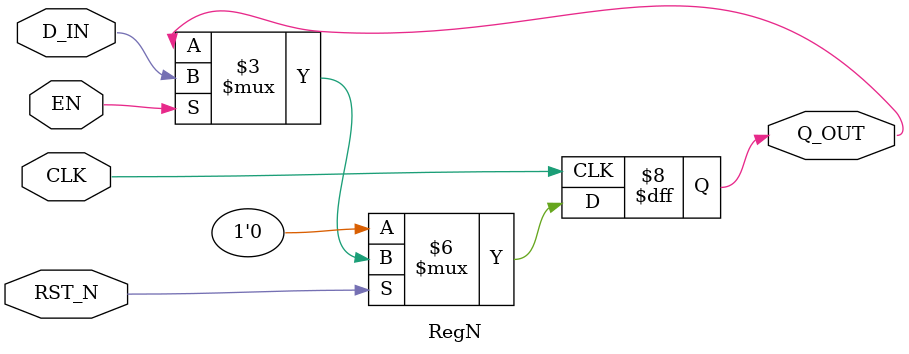
<source format=v>


// Permission is hereby granted, free of charge, to any person obtaining a copy
// of this software and associated documentation files (the "Software"), to deal
// in the Software without restriction, including without limitation the rights
// to use, copy, modify, merge, publish, distribute, sublicense, and/or sell
// copies of the Software, and to permit persons to whom the Software is
// furnished to do so, subject to the following conditions:

// The above copyright notice and this permission notice shall be included in
// all copies or substantial portions of the Software.

// THE SOFTWARE IS PROVIDED "AS IS", WITHOUT WARRANTY OF ANY KIND, EXPRESS OR
// IMPLIED, INCLUDING BUT NOT LIMITED TO THE WARRANTIES OF MERCHANTABILITY,
// FITNESS FOR A PARTICULAR PURPOSE AND NONINFRINGEMENT. IN NO EVENT SHALL THE
// AUTHORS OR COPYRIGHT HOLDERS BE LIABLE FOR ANY CLAIM, DAMAGES OR OTHER
// LIABILITY, WHETHER IN AN ACTION OF CONTRACT, TORT OR OTHERWISE, ARISING FROM,
// OUT OF OR IN CONNECTION WITH THE SOFTWARE OR THE USE OR OTHER DEALINGS IN
// THE SOFTWARE.
//
// $Revision: 17872 $
// $Date: 2009-09-18 14:32:56 +0000 (Fri, 18 Sep 2009) $

`ifdef BSV_ASSIGNMENT_DELAY
`else
`define BSV_ASSIGNMENT_DELAY
`endif

module RegN(CLK, RST_N, Q_OUT, D_IN, EN);
   // synopsys template
   
   parameter width = 1;
   parameter init  = { width {1'b0} } ;

   input     CLK;
   input     RST_N;
   input     EN;
   input [width - 1 : 0] D_IN;
   output [width - 1 : 0] Q_OUT;
   
   reg [width - 1 : 0]    Q_OUT;

   always@(posedge CLK)
     begin
        if (RST_N == 0)
          Q_OUT <= `BSV_ASSIGNMENT_DELAY init;
        else 
          begin
             if (EN)
               Q_OUT <= `BSV_ASSIGNMENT_DELAY D_IN;
          end // else: !if(RST_N == 0)        
     end

`ifdef BSV_NO_INITIAL_BLOCKS
`else // not BSV_NO_INITIAL_BLOCKS
   // synopsys translate_off
   initial begin
      Q_OUT = {((width + 1)/2){2'b10}} ;
   end
   // synopsys translate_on
`endif // BSV_NO_INITIAL_BLOCKS

endmodule


</source>
